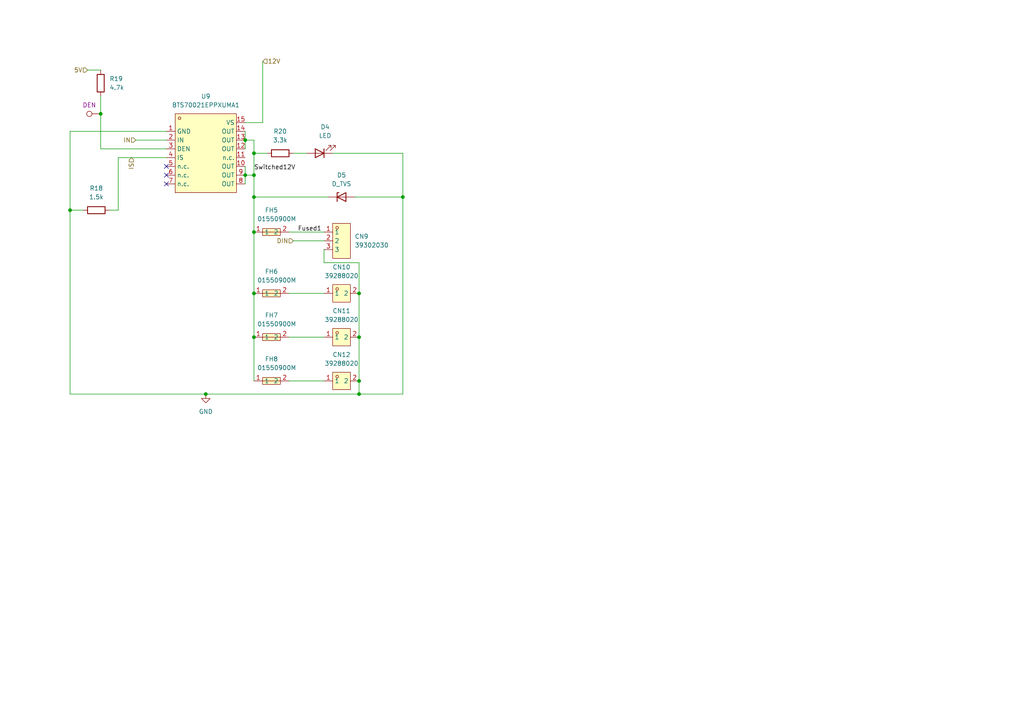
<source format=kicad_sch>
(kicad_sch (version 20250114) (generator "eeschema") (generator_version "9.0")
  (paper "A4")
  (lib_symbols
    (symbol "Device:D_Zener" (pin_numbers (hide yes)) (pin_names (offset 1.016) (hide yes))
      (property "Reference" "D" (at 0 2.54 0))
      (property "Value" "D_Zener" (at 0 -2.54 0))
      (symbol "D_Zener_0_1"
        (polyline (pts (xy -1.27 -1.27) (xy -1.27 1.27) (xy -0.762 1.27)) (stroke (width 0.254)))
        (polyline (pts (xy 1.27 0) (xy -1.27 0)))
        (polyline (pts (xy 1.27 -1.27) (xy 1.27 1.27) (xy -1.27 0) (xy 1.27 -1.27)) (stroke (width 0.254)))
      )
      (symbol "D_Zener_1_1"
        (pin passive line (at -3.81 0 0) (length 2.54) (name "K") (number "1"))
        (pin passive line (at 3.81 0 180) (length 2.54) (name "A") (number "2"))
      )
    )
    (symbol "Device:LED" (pin_numbers (hide yes)) (pin_names (offset 1.016) (hide yes))
      (property "Reference" "D" (at 0 2.54 0))
      (property "Value" "LED" (at 0 -2.54 0))
      (symbol "LED_0_1"
        (polyline (pts (xy -3.048 -0.762) (xy -4.572 -2.286) (xy -3.81 -2.286) (xy -4.572 -2.286) (xy -4.572 -1.524)))
        (polyline (pts (xy -1.778 -0.762) (xy -3.302 -2.286) (xy -2.54 -2.286) (xy -3.302 -2.286) (xy -3.302 -1.524)))
        (polyline (pts (xy -1.27 0) (xy 1.27 0)))
        (polyline (pts (xy -1.27 -1.27) (xy -1.27 1.27)) (stroke (width 0.254)))
        (polyline (pts (xy 1.27 -1.27) (xy 1.27 1.27) (xy -1.27 0) (xy 1.27 -1.27)) (stroke (width 0.254)))
      )
      (symbol "LED_1_1"
        (pin passive line (at -3.81 0 0) (length 2.54) (name "K") (number "1"))
        (pin passive line (at 3.81 0 180) (length 2.54) (name "A") (number "2"))
      )
    )
    (symbol "Device:R" (pin_numbers (hide yes)) (pin_names (offset 0))
      (property "Reference" "R" (at 2.032 0 90))
      (property "Value" "R" (at 0 0 90))
      (symbol "R_0_1"
        (rectangle (start -1.016 -2.54) (end 1.016 2.54) (stroke (width 0.254)))
      )
      (symbol "R_1_1"
        (pin passive line (at 0 3.81 270) (length 1.27) (name "~") (number "1"))
        (pin passive line (at 0 -3.81 90) (length 1.27) (name "~") (number "2"))
      )
    )
    (symbol "easyeda2kicad:01550900M"
      (property "Reference" "FH" (at 0 5.08 0))
      (property "Value" "01550900M" (at 0 -5.08 0))
      (symbol "01550900M_0_1"
        (rectangle (start -2.54 1.02) (end 2.54 -1.02) (fill (type background)))
        (polyline (pts (xy -2.54 0) (xy 2.54 0)))
        (pin unspecified line (at -5.08 0 0) (length 2.54) (name "1") (number "1"))
        (pin unspecified line (at 5.08 0 180) (length 2.54) (name "2") (number "2"))
      )
    )
    (symbol "easyeda2kicad:39288020"
      (property "Reference" "CN" (at 0 5.08 0))
      (property "Value" "39288020" (at 0 -5.08 0))
      (symbol "39288020_0_1"
        (rectangle (start -2.54 2.54) (end 2.54 -2.54) (fill (type background)))
        (circle (center -1.27 1.27) (radius 0.38))
        (pin unspecified line (at -5.08 0 0) (length 2.54) (name "1") (number "1"))
        (pin unspecified line (at 5.08 0 180) (length 2.54) (name "2") (number "2"))
      )
    )
    (symbol "easyeda2kicad:39302030"
      (property "Reference" "CN" (at 0 7.62 0))
      (property "Value" "39302030" (at 0 -7.62 0))
      (symbol "39302030_0_1"
        (rectangle (start -2.54 5.08) (end 2.54 -5.08) (fill (type background)))
        (circle (center -1.27 3.81) (radius 0.38))
        (pin unspecified line (at -5.08 2.54 0) (length 2.54) (name "1") (number "1"))
        (pin unspecified line (at -5.08 0 0) (length 2.54) (name "2") (number "2"))
        (pin unspecified line (at -5.08 -2.54 0) (length 2.54) (name "3") (number "3"))
      )
    )
    (symbol "easyeda2kicad:BTS70021EPPXUMA1"
      (property "Reference" "U" (at 0 13.97 0))
      (property "Value" "BTS70021EPPXUMA1" (at 0 -13.97 0))
      (symbol "BTS70021EPPXUMA1_0_1"
        (rectangle (start -8.89 11.43) (end 8.89 -11.43) (fill (type background)))
        (circle (center -7.62 10.16) (radius 0.38))
        (pin unspecified line (at -11.43 6.35 0) (length 2.54) (name "GND") (number "1"))
        (pin unspecified line (at -11.43 3.81 0) (length 2.54) (name "IN") (number "2"))
        (pin unspecified line (at -11.43 1.27 0) (length 2.54) (name "DEN") (number "3"))
        (pin unspecified line (at -11.43 -1.27 0) (length 2.54) (name "IS") (number "4"))
        (pin unspecified line (at -11.43 -3.81 0) (length 2.54) (name "n.c.") (number "5"))
        (pin unspecified line (at -11.43 -6.35 0) (length 2.54) (name "n.c.") (number "6"))
        (pin unspecified line (at -11.43 -8.89 0) (length 2.54) (name "n.c.") (number "7"))
        (pin unspecified line (at 11.43 8.89 180) (length 2.54) (name "VS") (number "15"))
        (pin unspecified line (at 11.43 6.35 180) (length 2.54) (name "OUT") (number "14"))
        (pin unspecified line (at 11.43 3.81 180) (length 2.54) (name "OUT") (number "13"))
        (pin unspecified line (at 11.43 1.27 180) (length 2.54) (name "OUT") (number "12"))
        (pin unspecified line (at 11.43 -1.27 180) (length 2.54) (name "n.c.") (number "11"))
        (pin unspecified line (at 11.43 -3.81 180) (length 2.54) (name "OUT") (number "10"))
        (pin unspecified line (at 11.43 -6.35 180) (length 2.54) (name "OUT") (number "9"))
        (pin unspecified line (at 11.43 -8.89 180) (length 2.54) (name "OUT") (number "8"))
      )
    )
    (symbol "easyeda2kicad:LabeledTestPoint" (pin_numbers (hide yes)) (pin_names (offset 0.762) (hide yes)) (in_bom no)
      (property "Label" "label" (at 0 5.08 0))
      (symbol "LabeledTestPoint_0_1"
        (circle (center 0 3.302) (radius 0.762))
      )
      (symbol "LabeledTestPoint_1_1"
        (pin passive line (at 0 0 90) (length 2.54) (name "1") (number "1"))
      )
    )
    (symbol "power:GND" (power) (pin_numbers (hide yes)) (pin_names (offset 0) (hide yes))
      (property "Value" "GND" (at 0 -3.81 0))
      (symbol "GND_0_1"
        (polyline (pts (xy 0 0) (xy 0 -1.27) (xy 1.27 -1.27) (xy 0 -2.54) (xy -1.27 -1.27) (xy 0 -1.27)))
      )
      (symbol "GND_1_1"
        (pin power_in line (at 0 0 270) (length 0) (name "~") (number "1"))
      )
    )
  )
  (junction (at 104.14 114.3))
  (junction (at 29.21 33.02))
  (junction (at 104.14 97.79))
  (junction (at 104.14 110.49))
  (junction (at 116.84 57.15))
  (junction (at 71.12 40.64))
  (junction (at 71.12 50.8))
  (junction (at 73.66 57.15))
  (junction (at 20.32 60.96))
  (junction (at 104.14 85.09))
  (junction (at 73.66 85.09))
  (junction (at 73.66 50.8))
  (junction (at 59.69 114.3))
  (junction (at 73.66 67.31))
  (junction (at 73.66 44.45))
  (junction (at 73.66 97.79))
  (no_connect (at 48.26 50.8))
  (no_connect (at 48.26 48.26))
  (no_connect (at 48.26 53.34))
  (wire (pts (xy 20.32 114.3) (xy 59.69 114.3)))
  (wire (pts (xy 85.09 69.85) (xy 93.98 69.85)))
  (wire (pts (xy 76.2 35.56) (xy 71.12 35.56)))
  (wire (pts (xy 83.82 110.49) (xy 93.98 110.49)))
  (wire (pts (xy 20.32 60.96) (xy 24.13 60.96)))
  (wire (pts (xy 73.66 50.8) (xy 71.12 50.8)))
  (wire (pts (xy 73.66 57.15) (xy 95.25 57.15)))
  (wire (pts (xy 71.12 50.8) (xy 71.12 53.34)))
  (wire (pts (xy 29.21 33.02) (xy 29.21 43.18)))
  (wire (pts (xy 116.84 44.45) (xy 116.84 57.15)))
  (wire (pts (xy 104.14 110.49) (xy 104.14 114.3)))
  (wire (pts (xy 76.2 17.78) (xy 76.2 35.56)))
  (wire (pts (xy 20.32 60.96) (xy 20.32 114.3)))
  (wire (pts (xy 73.66 85.09) (xy 73.66 97.79)))
  (wire (pts (xy 71.12 40.64) (xy 71.12 43.18)))
  (wire (pts (xy 93.98 72.39) (xy 93.98 76.2)))
  (wire (pts (xy 71.12 40.64) (xy 73.66 40.64)))
  (wire (pts (xy 59.69 114.3) (xy 104.14 114.3)))
  (wire (pts (xy 93.98 76.2) (xy 104.14 76.2)))
  (wire (pts (xy 34.29 60.96) (xy 34.29 45.72)))
  (wire (pts (xy 71.12 48.26) (xy 71.12 50.8)))
  (wire (pts (xy 39.37 40.64) (xy 48.26 40.64)))
  (wire (pts (xy 116.84 114.3) (xy 104.14 114.3)))
  (wire (pts (xy 29.21 27.94) (xy 29.21 33.02)))
  (wire (pts (xy 83.82 97.79) (xy 93.98 97.79)))
  (wire (pts (xy 96.52 44.45) (xy 116.84 44.45)))
  (wire (pts (xy 83.82 67.31) (xy 93.98 67.31)))
  (wire (pts (xy 48.26 38.1) (xy 20.32 38.1)))
  (wire (pts (xy 73.66 67.31) (xy 73.66 85.09)))
  (wire (pts (xy 73.66 97.79) (xy 73.66 110.49)))
  (wire (pts (xy 73.66 57.15) (xy 73.66 67.31)))
  (wire (pts (xy 20.32 38.1) (xy 20.32 60.96)))
  (wire (pts (xy 73.66 40.64) (xy 73.66 44.45)))
  (wire (pts (xy 73.66 44.45) (xy 77.47 44.45)))
  (wire (pts (xy 83.82 85.09) (xy 93.98 85.09)))
  (wire (pts (xy 85.09 44.45) (xy 88.9 44.45)))
  (wire (pts (xy 29.21 43.18) (xy 48.26 43.18)))
  (wire (pts (xy 31.75 60.96) (xy 34.29 60.96)))
  (wire (pts (xy 102.87 57.15) (xy 116.84 57.15)))
  (wire (pts (xy 25.4 20.32) (xy 29.21 20.32)))
  (wire (pts (xy 104.14 76.2) (xy 104.14 85.09)))
  (wire (pts (xy 73.66 50.8) (xy 73.66 57.15)))
  (wire (pts (xy 104.14 97.79) (xy 104.14 110.49)))
  (wire (pts (xy 104.14 85.09) (xy 104.14 97.79)))
  (wire (pts (xy 73.66 44.45) (xy 73.66 50.8)))
  (wire (pts (xy 116.84 57.15) (xy 116.84 114.3)))
  (wire (pts (xy 34.29 45.72) (xy 48.26 45.72)))
  (wire (pts (xy 71.12 38.1) (xy 71.12 40.64)))
  (label "Fused1" (at 86.36 67.31 0))
  (label "Switched12V" (at 73.66 49.53 0))
  (hierarchical_label "5V" (shape input) (at 25.4 20.32 180))
  (hierarchical_label "12V" (shape input) (at 76.2 17.78 0))
  (hierarchical_label "DIN" (shape input) (at 85.09 69.85 180))
  (hierarchical_label "IS" (shape input) (at 38.1 45.72 270))
  (hierarchical_label "IN" (shape input) (at 39.37 40.64 180))
  (symbol (lib_id "Device:R") (at 29.21 24.13 0) (unit 1)
    (property "Reference" "R16" (at 31.75 22.8599 0) (effects (justify left)))
    (property "Value" "4.7k" (at 31.75 25.3999 0) (effects (justify left)))
    (property "Footprint" "Resistor_SMD:R_0603_1608Metric" (effects (hide yes)))
    (property "Description" "Resistor" (effects (hide yes)))
    (instances (project "leds" (path "" (reference "R19") (unit 1)) (path "" (reference "R26") (unit 1)) (path "" (reference "R23") (unit 1)) (path "" (reference "R16") (unit 1))))
  )
  (symbol (lib_id "easyeda2kicad:01550900M") (at 78.74 67.31 0) (unit 1)
    (property "Reference" "FH1" (at 78.74 60.96 0))
    (property "Value" "01550900M" (at 80.264 63.5 0))
    (property "Footprint" "easyeda2kicad:FUSE-SMD_L9.8-W5.0_01550900M" (effects (hide yes)))
    (property "Datasheet" "https://lcsc.com/product-detail/Others_Littelfuse_01550900M_Littelfuse-01550900M_C108518.html" (effects (hide yes)))
    (property "LCSC Part" "C108518" (effects (hide yes)))
    (instances (project "leds" (path "" (reference "FH5") (unit 1)) (path "" (reference "FH13") (unit 1)) (path "" (reference "FH9") (unit 1)) (path "" (reference "FH1") (unit 1))))
  )
  (symbol (lib_id "Device:LED") (at 92.71 44.45 180) (unit 1)
    (property "Reference" "D2" (at 94.2975 36.83 0))
    (property "Value" "LED" (at 94.2975 39.37 0))
    (property "Footprint" "LED_SMD:LED_0603_1608Metric" (effects (hide yes)))
    (property "Description" "Light emitting diode" (effects (hide yes)))
    (property "Sim.Pins" "1=K 2=A" (effects (hide yes)))
    (property "LCSC Part" "C2286" (effects (hide yes)))
    (instances (project "" (path "" (reference "D4") (unit 1)) (path "" (reference "D8") (unit 1)) (path "" (reference "D6") (unit 1)) (path "" (reference "D2") (unit 1))))
  )
  (symbol (lib_id "easyeda2kicad:01550900M") (at 78.74 97.79 0) (unit 1)
    (property "Reference" "FH3" (at 78.74 91.44 0))
    (property "Value" "01550900M" (at 80.264 93.98 0))
    (property "Footprint" "easyeda2kicad:FUSE-SMD_L9.8-W5.0_01550900M" (effects (hide yes)))
    (property "Datasheet" "https://lcsc.com/product-detail/Others_Littelfuse_01550900M_Littelfuse-01550900M_C108518.html" (effects (hide yes)))
    (property "LCSC Part" "C108518" (effects (hide yes)))
    (instances (project "leds" (path "" (reference "FH7") (unit 1)) (path "" (reference "FH15") (unit 1)) (path "" (reference "FH11") (unit 1)) (path "" (reference "FH3") (unit 1))))
  )
  (symbol (lib_id "Device:D_Zener") (at 99.06 57.15 0) (unit 1)
    (property "Reference" "D3" (at 99.06 50.8 0))
    (property "Value" "D_TVS" (at 99.06 53.34 0))
    (property "Footprint" "Diode_SMD:D_SMB" (effects (hide yes)))
    (property "Description" "TVS diode" (effects (hide yes)))
    (property "LCSC Part" "C151256" (effects (hide yes)))
    (instances (project "" (path "" (reference "D5") (unit 1)) (path "" (reference "D9") (unit 1)) (path "" (reference "D7") (unit 1)) (path "" (reference "D3") (unit 1))))
  )
  (symbol (lib_id "Device:R") (at 27.94 60.96 270) (unit 1)
    (property "Reference" "R15" (at 27.94 54.61 90))
    (property "Value" "1.5k" (at 27.94 57.15 90))
    (property "Footprint" "Resistor_SMD:R_0603_1608Metric" (effects (hide yes)))
    (property "Description" "Resistor" (effects (hide yes)))
    (instances (project "leds" (path "" (reference "R18") (unit 1)) (path "" (reference "R25") (unit 1)) (path "" (reference "R22") (unit 1)) (path "" (reference "R15") (unit 1))))
  )
  (symbol (lib_id "easyeda2kicad:BTS70021EPPXUMA1") (at 59.69 44.45 0) (unit 1)
    (property "Reference" "U8" (at 59.69 27.94 0))
    (property "Value" "BTS70021EPPXUMA1" (at 59.69 30.48 0))
    (property "Footprint" "easyeda2kicad:PG-TSDSO-14_L4.9-W3.9-P0.65-LS6.0-BL-EP" (effects (hide yes)))
    (property "LCSC Part" "C2680407" (effects (hide yes)))
    (instances (project "leds" (path "" (reference "U9") (unit 1)) (path "" (reference "U12") (unit 1)) (path "" (reference "U11") (unit 1)) (path "" (reference "U8") (unit 1))))
  )
  (symbol (lib_id "easyeda2kicad:39288020") (at 99.06 97.79 0) (unit 1)
    (property "Reference" "CN7" (at 99.06 90.17 0))
    (property "Value" "39288020" (at 99.06 92.71 0))
    (property "Footprint" "easyeda2kicad:CONN-TH_39288020" (effects (hide yes)))
    (property "Datasheet" "https://lcsc.com/product-detail/New-Arrivals_MOLEX-39288020_C490534.html" (effects (hide yes)))
    (property "LCSC Part" "C490534" (effects (hide yes)))
    (instances (project "leds" (path "" (reference "CN11") (unit 1)) (path "" (reference "CN19") (unit 1)) (path "" (reference "CN15") (unit 1)) (path "" (reference "CN7") (unit 1))))
  )
  (symbol (lib_id "easyeda2kicad:01550900M") (at 78.74 110.49 0) (unit 1)
    (property "Reference" "FH4" (at 78.74 104.14 0))
    (property "Value" "01550900M" (at 80.264 106.68 0))
    (property "Footprint" "easyeda2kicad:FUSE-SMD_L9.8-W5.0_01550900M" (effects (hide yes)))
    (property "Datasheet" "https://lcsc.com/product-detail/Others_Littelfuse_01550900M_Littelfuse-01550900M_C108518.html" (effects (hide yes)))
    (property "LCSC Part" "C108518" (effects (hide yes)))
    (instances (project "leds" (path "" (reference "FH8") (unit 1)) (path "" (reference "FH16") (unit 1)) (path "" (reference "FH12") (unit 1)) (path "" (reference "FH4") (unit 1))))
  )
  (symbol (lib_id "power:GND") (at 59.69 114.3 0) (unit 1)
    (property "Reference" "#PWR022" (effects (hide yes)))
    (property "Value" "GND" (at 59.69 119.38 0))
    (property "Description" "Power symbol creates a global label with name \"GND\" , ground" (effects (hide yes)))
    (instances (project "leds" (path "" (reference "#PWR023") (unit 1)) (path "" (reference "#PWR026") (unit 1)) (path "" (reference "#PWR025") (unit 1)) (path "" (reference "#PWR022") (unit 1))))
  )
  (symbol (lib_id "easyeda2kicad:01550900M") (at 78.74 85.09 0) (unit 1)
    (property "Reference" "FH2" (at 78.74 78.74 0))
    (property "Value" "01550900M" (at 80.264 81.28 0))
    (property "Footprint" "easyeda2kicad:FUSE-SMD_L9.8-W5.0_01550900M" (effects (hide yes)))
    (property "Datasheet" "https://lcsc.com/product-detail/Others_Littelfuse_01550900M_Littelfuse-01550900M_C108518.html" (effects (hide yes)))
    (property "LCSC Part" "C108518" (effects (hide yes)))
    (instances (project "leds" (path "" (reference "FH6") (unit 1)) (path "" (reference "FH14") (unit 1)) (path "" (reference "FH10") (unit 1)) (path "" (reference "FH2") (unit 1))))
  )
  (symbol (lib_id "easyeda2kicad:39288020") (at 99.06 85.09 0) (unit 1)
    (property "Reference" "CN6" (at 99.06 77.47 0))
    (property "Value" "39288020" (at 99.06 80.01 0))
    (property "Footprint" "easyeda2kicad:CONN-TH_39288020" (effects (hide yes)))
    (property "Datasheet" "https://lcsc.com/product-detail/New-Arrivals_MOLEX-39288020_C490534.html" (effects (hide yes)))
    (property "LCSC Part" "C490534" (effects (hide yes)))
    (instances (project "leds" (path "" (reference "CN10") (unit 1)) (path "" (reference "CN18") (unit 1)) (path "" (reference "CN14") (unit 1)) (path "" (reference "CN6") (unit 1))))
  )
  (symbol (lib_id "easyeda2kicad:39288020") (at 99.06 110.49 0) (unit 1)
    (property "Reference" "CN8" (at 99.06 102.87 0))
    (property "Value" "39288020" (at 99.06 105.41 0))
    (property "Footprint" "easyeda2kicad:CONN-TH_39288020" (effects (hide yes)))
    (property "Datasheet" "https://lcsc.com/product-detail/New-Arrivals_MOLEX-39288020_C490534.html" (effects (hide yes)))
    (property "LCSC Part" "C490534" (effects (hide yes)))
    (instances (project "leds" (path "" (reference "CN12") (unit 1)) (path "" (reference "CN20") (unit 1)) (path "" (reference "CN16") (unit 1)) (path "" (reference "CN8") (unit 1))))
  )
  (symbol (lib_id "easyeda2kicad:LabeledTestPoint") (at 29.21 33.02 90) (unit 1) (in_bom no)
    (property "Reference" "TP15" (effects (hide yes)))
    (property "Value" "LabeledTestPoint" (effects (hide yes)))
    (property "Footprint" "easyeda2kicad:LabeledTestPoint" (effects (hide yes)))
    (property "Description" "test point" (effects (hide yes)))
    (property "Label" "DEN" (at 25.908 30.48 90))
    (instances (project "" (path "" (reference "TP16") (unit 1)) (path "" (reference "TP18") (unit 1)) (path "" (reference "TP17") (unit 1)) (path "" (reference "TP15") (unit 1))))
  )
  (symbol (lib_id "easyeda2kicad:39302030") (at 99.06 69.85 0) (unit 1)
    (property "Reference" "CN5" (at 102.87 68.5799 0) (effects (justify left)))
    (property "Value" "39302030" (at 102.87 71.1199 0) (effects (justify left)))
    (property "Footprint" "easyeda2kicad:CONN-TH_3P-P4.20_39302030" (effects (hide yes)))
    (property "LCSC Part" "C589033" (effects (hide yes)))
    (instances (project "leds" (path "" (reference "CN9") (unit 1)) (path "" (reference "CN17") (unit 1)) (path "" (reference "CN13") (unit 1)) (path "" (reference "CN5") (unit 1))))
  )
  (symbol (lib_id "Device:R") (at 81.28 44.45 90) (unit 1)
    (property "Reference" "R17" (at 81.28 38.1 90))
    (property "Value" "3.3k" (at 81.28 40.64 90))
    (property "Footprint" "Resistor_SMD:R_0603_1608Metric" (effects (hide yes)))
    (property "Description" "Resistor" (effects (hide yes)))
    (instances (project "leds" (path "" (reference "R20") (unit 1)) (path "" (reference "R27") (unit 1)) (path "" (reference "R24") (unit 1)) (path "" (reference "R17") (unit 1))))
  )
)
</source>
